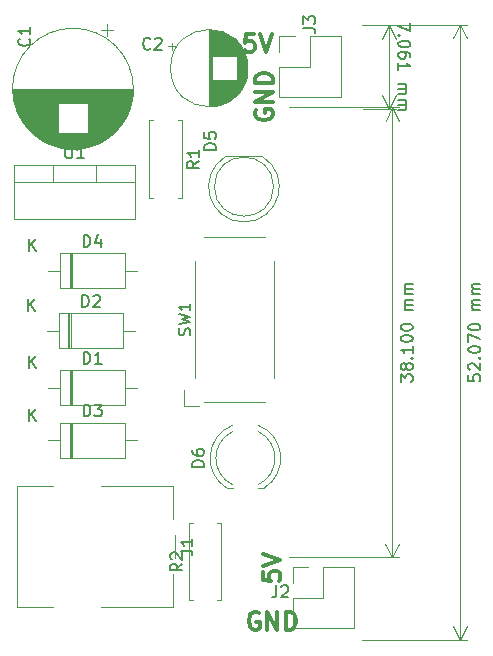
<source format=gto>
G04 #@! TF.GenerationSoftware,KiCad,Pcbnew,(5.1.5)-3*
G04 #@! TF.CreationDate,2020-11-06T17:50:15+03:00*
G04 #@! TF.ProjectId,P_supply,505f7375-7070-46c7-992e-6b696361645f,rev?*
G04 #@! TF.SameCoordinates,Original*
G04 #@! TF.FileFunction,Legend,Top*
G04 #@! TF.FilePolarity,Positive*
%FSLAX46Y46*%
G04 Gerber Fmt 4.6, Leading zero omitted, Abs format (unit mm)*
G04 Created by KiCad (PCBNEW (5.1.5)-3) date 2020-11-06 17:50:15*
%MOMM*%
%LPD*%
G04 APERTURE LIST*
%ADD10C,0.150000*%
%ADD11C,0.120000*%
%ADD12C,0.300000*%
G04 APERTURE END LIST*
D10*
X112637819Y-52191114D02*
X112637819Y-52857780D01*
X111637819Y-52429209D01*
X111733057Y-53238733D02*
X111685438Y-53286352D01*
X111637819Y-53238733D01*
X111685438Y-53191114D01*
X111733057Y-53238733D01*
X111637819Y-53238733D01*
X112637819Y-53905400D02*
X112637819Y-54000638D01*
X112590200Y-54095876D01*
X112542580Y-54143495D01*
X112447342Y-54191114D01*
X112256866Y-54238733D01*
X112018771Y-54238733D01*
X111828295Y-54191114D01*
X111733057Y-54143495D01*
X111685438Y-54095876D01*
X111637819Y-54000638D01*
X111637819Y-53905400D01*
X111685438Y-53810161D01*
X111733057Y-53762542D01*
X111828295Y-53714923D01*
X112018771Y-53667304D01*
X112256866Y-53667304D01*
X112447342Y-53714923D01*
X112542580Y-53762542D01*
X112590200Y-53810161D01*
X112637819Y-53905400D01*
X112637819Y-55095876D02*
X112637819Y-54905400D01*
X112590200Y-54810161D01*
X112542580Y-54762542D01*
X112399723Y-54667304D01*
X112209247Y-54619685D01*
X111828295Y-54619685D01*
X111733057Y-54667304D01*
X111685438Y-54714923D01*
X111637819Y-54810161D01*
X111637819Y-55000638D01*
X111685438Y-55095876D01*
X111733057Y-55143495D01*
X111828295Y-55191114D01*
X112066390Y-55191114D01*
X112161628Y-55143495D01*
X112209247Y-55095876D01*
X112256866Y-55000638D01*
X112256866Y-54810161D01*
X112209247Y-54714923D01*
X112161628Y-54667304D01*
X112066390Y-54619685D01*
X111637819Y-56143495D02*
X111637819Y-55572066D01*
X111637819Y-55857780D02*
X112637819Y-55857780D01*
X112494961Y-55762542D01*
X112399723Y-55667304D01*
X112352104Y-55572066D01*
X111637819Y-57333971D02*
X112304485Y-57333971D01*
X112209247Y-57333971D02*
X112256866Y-57381590D01*
X112304485Y-57476828D01*
X112304485Y-57619685D01*
X112256866Y-57714923D01*
X112161628Y-57762542D01*
X111637819Y-57762542D01*
X112161628Y-57762542D02*
X112256866Y-57810161D01*
X112304485Y-57905400D01*
X112304485Y-58048257D01*
X112256866Y-58143495D01*
X112161628Y-58191114D01*
X111637819Y-58191114D01*
X111637819Y-58667304D02*
X112304485Y-58667304D01*
X112209247Y-58667304D02*
X112256866Y-58714923D01*
X112304485Y-58810161D01*
X112304485Y-58953019D01*
X112256866Y-59048257D01*
X112161628Y-59095876D01*
X111637819Y-59095876D01*
X112161628Y-59095876D02*
X112256866Y-59143495D01*
X112304485Y-59238733D01*
X112304485Y-59381590D01*
X112256866Y-59476828D01*
X112161628Y-59524447D01*
X111637819Y-59524447D01*
D11*
X110820200Y-52374800D02*
X110820200Y-59436000D01*
X108610400Y-52374800D02*
X111406621Y-52374800D01*
X108610400Y-59436000D02*
X111406621Y-59436000D01*
X110820200Y-59436000D02*
X110233779Y-58309496D01*
X110820200Y-59436000D02*
X111406621Y-58309496D01*
X110820200Y-52374800D02*
X110233779Y-53501304D01*
X110820200Y-52374800D02*
X111406621Y-53501304D01*
D10*
X111833982Y-82555783D02*
X111834395Y-81936735D01*
X112215125Y-82270322D01*
X112215220Y-82127465D01*
X112262902Y-82032259D01*
X112310553Y-81984672D01*
X112405823Y-81937116D01*
X112643918Y-81937275D01*
X112739125Y-81984957D01*
X112786712Y-82032608D01*
X112834267Y-82127878D01*
X112834077Y-82413592D01*
X112786394Y-82508799D01*
X112738744Y-82556386D01*
X112263347Y-81365592D02*
X112215664Y-81460799D01*
X112168014Y-81508386D01*
X112072744Y-81555942D01*
X112025125Y-81555910D01*
X111929918Y-81508227D01*
X111882331Y-81460577D01*
X111834776Y-81365307D01*
X111834903Y-81174831D01*
X111882585Y-81079624D01*
X111930236Y-81032037D01*
X112025506Y-80984481D01*
X112073125Y-80984513D01*
X112168331Y-81032196D01*
X112215918Y-81079847D01*
X112263474Y-81175116D01*
X112263347Y-81365592D01*
X112310902Y-81460862D01*
X112358490Y-81508513D01*
X112453696Y-81556196D01*
X112644172Y-81556323D01*
X112739442Y-81508767D01*
X112787093Y-81461180D01*
X112834775Y-81365973D01*
X112834902Y-81175497D01*
X112787347Y-81080227D01*
X112739760Y-81032577D01*
X112644553Y-80984894D01*
X112454077Y-80984767D01*
X112358807Y-81032323D01*
X112311156Y-81079910D01*
X112263474Y-81175116D01*
X112740077Y-80556386D02*
X112787728Y-80508799D01*
X112835315Y-80556450D01*
X112787664Y-80604037D01*
X112740077Y-80556386D01*
X112835315Y-80556450D01*
X112835982Y-79556450D02*
X112835601Y-80127878D01*
X112835791Y-79842164D02*
X111835791Y-79841498D01*
X111978585Y-79936831D01*
X112073760Y-80032132D01*
X112121315Y-80127402D01*
X111836395Y-78936736D02*
X111836458Y-78841498D01*
X111884141Y-78746291D01*
X111931791Y-78698704D01*
X112027061Y-78651149D01*
X112217569Y-78603657D01*
X112455664Y-78603815D01*
X112646109Y-78651561D01*
X112741315Y-78699244D01*
X112788902Y-78746895D01*
X112836458Y-78842164D01*
X112836394Y-78937403D01*
X112788712Y-79032609D01*
X112741061Y-79080196D01*
X112645791Y-79127752D01*
X112455283Y-79175244D01*
X112217188Y-79175085D01*
X112026744Y-79127339D01*
X111931537Y-79079656D01*
X111883950Y-79032006D01*
X111836395Y-78936736D01*
X111837030Y-77984355D02*
X111837093Y-77889117D01*
X111884776Y-77793911D01*
X111932426Y-77746323D01*
X112027696Y-77698768D01*
X112218204Y-77651276D01*
X112456299Y-77651435D01*
X112646744Y-77699181D01*
X112741950Y-77746863D01*
X112789537Y-77794514D01*
X112837093Y-77889784D01*
X112837029Y-77985022D01*
X112789347Y-78080228D01*
X112741696Y-78127815D01*
X112646426Y-78175371D01*
X112455918Y-78222863D01*
X112217823Y-78222704D01*
X112027379Y-78174958D01*
X111932172Y-78127276D01*
X111884585Y-78079625D01*
X111837030Y-77984355D01*
X112838045Y-76461213D02*
X112171379Y-76460768D01*
X112266617Y-76460832D02*
X112219029Y-76413181D01*
X112171474Y-76317911D01*
X112171569Y-76175054D01*
X112219252Y-76079848D01*
X112314521Y-76032292D01*
X112838331Y-76032641D01*
X112314521Y-76032292D02*
X112219315Y-75984610D01*
X112171760Y-75889340D01*
X112171855Y-75746483D01*
X112219537Y-75651276D01*
X112314807Y-75603721D01*
X112838617Y-75604070D01*
X112838934Y-75127880D02*
X112172268Y-75127435D01*
X112267506Y-75127499D02*
X112219918Y-75079848D01*
X112172363Y-74984578D01*
X112172458Y-74841721D01*
X112220141Y-74746515D01*
X112315410Y-74698959D01*
X112839220Y-74699308D01*
X112315410Y-74698959D02*
X112220204Y-74651277D01*
X112172649Y-74556007D01*
X112172744Y-74413150D01*
X112220426Y-74317943D01*
X112315696Y-74270388D01*
X112839506Y-74270737D01*
D11*
X111101695Y-97414826D02*
X111127095Y-59314826D01*
X102362000Y-97409000D02*
X111688116Y-97415217D01*
X102387400Y-59309000D02*
X111713516Y-59315217D01*
X111127095Y-59314826D02*
X111712765Y-60441720D01*
X111127095Y-59314826D02*
X110539923Y-60440939D01*
X111101695Y-97414826D02*
X111688867Y-96288713D01*
X111101695Y-97414826D02*
X110516025Y-96287932D01*
D10*
X117562380Y-81978047D02*
X117562380Y-82454238D01*
X118038571Y-82501857D01*
X117990952Y-82454238D01*
X117943333Y-82359000D01*
X117943333Y-82120904D01*
X117990952Y-82025666D01*
X118038571Y-81978047D01*
X118133809Y-81930428D01*
X118371904Y-81930428D01*
X118467142Y-81978047D01*
X118514761Y-82025666D01*
X118562380Y-82120904D01*
X118562380Y-82359000D01*
X118514761Y-82454238D01*
X118467142Y-82501857D01*
X117657619Y-81549476D02*
X117610000Y-81501857D01*
X117562380Y-81406619D01*
X117562380Y-81168523D01*
X117610000Y-81073285D01*
X117657619Y-81025666D01*
X117752857Y-80978047D01*
X117848095Y-80978047D01*
X117990952Y-81025666D01*
X118562380Y-81597095D01*
X118562380Y-80978047D01*
X118467142Y-80549476D02*
X118514761Y-80501857D01*
X118562380Y-80549476D01*
X118514761Y-80597095D01*
X118467142Y-80549476D01*
X118562380Y-80549476D01*
X117562380Y-79882809D02*
X117562380Y-79787571D01*
X117610000Y-79692333D01*
X117657619Y-79644714D01*
X117752857Y-79597095D01*
X117943333Y-79549476D01*
X118181428Y-79549476D01*
X118371904Y-79597095D01*
X118467142Y-79644714D01*
X118514761Y-79692333D01*
X118562380Y-79787571D01*
X118562380Y-79882809D01*
X118514761Y-79978047D01*
X118467142Y-80025666D01*
X118371904Y-80073285D01*
X118181428Y-80120904D01*
X117943333Y-80120904D01*
X117752857Y-80073285D01*
X117657619Y-80025666D01*
X117610000Y-79978047D01*
X117562380Y-79882809D01*
X117562380Y-79216142D02*
X117562380Y-78549476D01*
X118562380Y-78978047D01*
X117562380Y-77978047D02*
X117562380Y-77882809D01*
X117610000Y-77787571D01*
X117657619Y-77739952D01*
X117752857Y-77692333D01*
X117943333Y-77644714D01*
X118181428Y-77644714D01*
X118371904Y-77692333D01*
X118467142Y-77739952D01*
X118514761Y-77787571D01*
X118562380Y-77882809D01*
X118562380Y-77978047D01*
X118514761Y-78073285D01*
X118467142Y-78120904D01*
X118371904Y-78168523D01*
X118181428Y-78216142D01*
X117943333Y-78216142D01*
X117752857Y-78168523D01*
X117657619Y-78120904D01*
X117610000Y-78073285D01*
X117562380Y-77978047D01*
X118562380Y-76454238D02*
X117895714Y-76454238D01*
X117990952Y-76454238D02*
X117943333Y-76406619D01*
X117895714Y-76311380D01*
X117895714Y-76168523D01*
X117943333Y-76073285D01*
X118038571Y-76025666D01*
X118562380Y-76025666D01*
X118038571Y-76025666D02*
X117943333Y-75978047D01*
X117895714Y-75882809D01*
X117895714Y-75739952D01*
X117943333Y-75644714D01*
X118038571Y-75597095D01*
X118562380Y-75597095D01*
X118562380Y-75120904D02*
X117895714Y-75120904D01*
X117990952Y-75120904D02*
X117943333Y-75073285D01*
X117895714Y-74978047D01*
X117895714Y-74835190D01*
X117943333Y-74739952D01*
X118038571Y-74692333D01*
X118562380Y-74692333D01*
X118038571Y-74692333D02*
X117943333Y-74644714D01*
X117895714Y-74549476D01*
X117895714Y-74406619D01*
X117943333Y-74311380D01*
X118038571Y-74263761D01*
X118562380Y-74263761D01*
D11*
X116840000Y-104394000D02*
X116840000Y-52324000D01*
X108585000Y-104394000D02*
X117426421Y-104394000D01*
X108585000Y-52324000D02*
X117426421Y-52324000D01*
X116840000Y-52324000D02*
X117426421Y-53450504D01*
X116840000Y-52324000D02*
X116253579Y-53450504D01*
X116840000Y-104394000D02*
X117426421Y-103267496D01*
X116840000Y-104394000D02*
X116253579Y-103267496D01*
D12*
X99580000Y-59562857D02*
X99508571Y-59705714D01*
X99508571Y-59920000D01*
X99580000Y-60134285D01*
X99722857Y-60277142D01*
X99865714Y-60348571D01*
X100151428Y-60420000D01*
X100365714Y-60420000D01*
X100651428Y-60348571D01*
X100794285Y-60277142D01*
X100937142Y-60134285D01*
X101008571Y-59920000D01*
X101008571Y-59777142D01*
X100937142Y-59562857D01*
X100865714Y-59491428D01*
X100365714Y-59491428D01*
X100365714Y-59777142D01*
X101008571Y-58848571D02*
X99508571Y-58848571D01*
X101008571Y-57991428D01*
X99508571Y-57991428D01*
X101008571Y-57277142D02*
X99508571Y-57277142D01*
X99508571Y-56920000D01*
X99580000Y-56705714D01*
X99722857Y-56562857D01*
X99865714Y-56491428D01*
X100151428Y-56420000D01*
X100365714Y-56420000D01*
X100651428Y-56491428D01*
X100794285Y-56562857D01*
X100937142Y-56705714D01*
X101008571Y-56920000D01*
X101008571Y-57277142D01*
X99409285Y-53153571D02*
X98695000Y-53153571D01*
X98623571Y-53867857D01*
X98695000Y-53796428D01*
X98837857Y-53725000D01*
X99195000Y-53725000D01*
X99337857Y-53796428D01*
X99409285Y-53867857D01*
X99480714Y-54010714D01*
X99480714Y-54367857D01*
X99409285Y-54510714D01*
X99337857Y-54582142D01*
X99195000Y-54653571D01*
X98837857Y-54653571D01*
X98695000Y-54582142D01*
X98623571Y-54510714D01*
X99909285Y-53153571D02*
X100409285Y-54653571D01*
X100909285Y-53153571D01*
X99822142Y-102120000D02*
X99679285Y-102048571D01*
X99465000Y-102048571D01*
X99250714Y-102120000D01*
X99107857Y-102262857D01*
X99036428Y-102405714D01*
X98965000Y-102691428D01*
X98965000Y-102905714D01*
X99036428Y-103191428D01*
X99107857Y-103334285D01*
X99250714Y-103477142D01*
X99465000Y-103548571D01*
X99607857Y-103548571D01*
X99822142Y-103477142D01*
X99893571Y-103405714D01*
X99893571Y-102905714D01*
X99607857Y-102905714D01*
X100536428Y-103548571D02*
X100536428Y-102048571D01*
X101393571Y-103548571D01*
X101393571Y-102048571D01*
X102107857Y-103548571D02*
X102107857Y-102048571D01*
X102465000Y-102048571D01*
X102679285Y-102120000D01*
X102822142Y-102262857D01*
X102893571Y-102405714D01*
X102965000Y-102691428D01*
X102965000Y-102905714D01*
X102893571Y-103191428D01*
X102822142Y-103334285D01*
X102679285Y-103477142D01*
X102465000Y-103548571D01*
X102107857Y-103548571D01*
X100143571Y-98647142D02*
X100143571Y-99361428D01*
X100857857Y-99432857D01*
X100786428Y-99361428D01*
X100715000Y-99218571D01*
X100715000Y-98861428D01*
X100786428Y-98718571D01*
X100857857Y-98647142D01*
X101000714Y-98575714D01*
X101357857Y-98575714D01*
X101500714Y-98647142D01*
X101572142Y-98718571D01*
X101643571Y-98861428D01*
X101643571Y-99218571D01*
X101572142Y-99361428D01*
X101500714Y-99432857D01*
X100143571Y-98147142D02*
X101643571Y-97647142D01*
X100143571Y-97147142D01*
D11*
X90552600Y-66973200D02*
X90882600Y-66973200D01*
X90552600Y-60433200D02*
X90552600Y-66973200D01*
X90882600Y-60433200D02*
X90552600Y-60433200D01*
X93292600Y-66973200D02*
X92962600Y-66973200D01*
X93292600Y-60433200D02*
X93292600Y-66973200D01*
X92962600Y-60433200D02*
X93292600Y-60433200D01*
X98881000Y-56007000D02*
G75*
G03X98881000Y-56007000I-3270000J0D01*
G01*
X95611000Y-52777000D02*
X95611000Y-59237000D01*
X95651000Y-52777000D02*
X95651000Y-59237000D01*
X95691000Y-52777000D02*
X95691000Y-59237000D01*
X95731000Y-52779000D02*
X95731000Y-59235000D01*
X95771000Y-52780000D02*
X95771000Y-59234000D01*
X95811000Y-52783000D02*
X95811000Y-59231000D01*
X95851000Y-52785000D02*
X95851000Y-54967000D01*
X95851000Y-57047000D02*
X95851000Y-59229000D01*
X95891000Y-52789000D02*
X95891000Y-54967000D01*
X95891000Y-57047000D02*
X95891000Y-59225000D01*
X95931000Y-52792000D02*
X95931000Y-54967000D01*
X95931000Y-57047000D02*
X95931000Y-59222000D01*
X95971000Y-52796000D02*
X95971000Y-54967000D01*
X95971000Y-57047000D02*
X95971000Y-59218000D01*
X96011000Y-52801000D02*
X96011000Y-54967000D01*
X96011000Y-57047000D02*
X96011000Y-59213000D01*
X96051000Y-52806000D02*
X96051000Y-54967000D01*
X96051000Y-57047000D02*
X96051000Y-59208000D01*
X96091000Y-52812000D02*
X96091000Y-54967000D01*
X96091000Y-57047000D02*
X96091000Y-59202000D01*
X96131000Y-52818000D02*
X96131000Y-54967000D01*
X96131000Y-57047000D02*
X96131000Y-59196000D01*
X96171000Y-52825000D02*
X96171000Y-54967000D01*
X96171000Y-57047000D02*
X96171000Y-59189000D01*
X96211000Y-52832000D02*
X96211000Y-54967000D01*
X96211000Y-57047000D02*
X96211000Y-59182000D01*
X96251000Y-52840000D02*
X96251000Y-54967000D01*
X96251000Y-57047000D02*
X96251000Y-59174000D01*
X96291000Y-52848000D02*
X96291000Y-54967000D01*
X96291000Y-57047000D02*
X96291000Y-59166000D01*
X96332000Y-52857000D02*
X96332000Y-54967000D01*
X96332000Y-57047000D02*
X96332000Y-59157000D01*
X96372000Y-52866000D02*
X96372000Y-54967000D01*
X96372000Y-57047000D02*
X96372000Y-59148000D01*
X96412000Y-52876000D02*
X96412000Y-54967000D01*
X96412000Y-57047000D02*
X96412000Y-59138000D01*
X96452000Y-52886000D02*
X96452000Y-54967000D01*
X96452000Y-57047000D02*
X96452000Y-59128000D01*
X96492000Y-52897000D02*
X96492000Y-54967000D01*
X96492000Y-57047000D02*
X96492000Y-59117000D01*
X96532000Y-52909000D02*
X96532000Y-54967000D01*
X96532000Y-57047000D02*
X96532000Y-59105000D01*
X96572000Y-52921000D02*
X96572000Y-54967000D01*
X96572000Y-57047000D02*
X96572000Y-59093000D01*
X96612000Y-52933000D02*
X96612000Y-54967000D01*
X96612000Y-57047000D02*
X96612000Y-59081000D01*
X96652000Y-52946000D02*
X96652000Y-54967000D01*
X96652000Y-57047000D02*
X96652000Y-59068000D01*
X96692000Y-52960000D02*
X96692000Y-54967000D01*
X96692000Y-57047000D02*
X96692000Y-59054000D01*
X96732000Y-52974000D02*
X96732000Y-54967000D01*
X96732000Y-57047000D02*
X96732000Y-59040000D01*
X96772000Y-52989000D02*
X96772000Y-54967000D01*
X96772000Y-57047000D02*
X96772000Y-59025000D01*
X96812000Y-53005000D02*
X96812000Y-54967000D01*
X96812000Y-57047000D02*
X96812000Y-59009000D01*
X96852000Y-53021000D02*
X96852000Y-54967000D01*
X96852000Y-57047000D02*
X96852000Y-58993000D01*
X96892000Y-53037000D02*
X96892000Y-54967000D01*
X96892000Y-57047000D02*
X96892000Y-58977000D01*
X96932000Y-53055000D02*
X96932000Y-54967000D01*
X96932000Y-57047000D02*
X96932000Y-58959000D01*
X96972000Y-53073000D02*
X96972000Y-54967000D01*
X96972000Y-57047000D02*
X96972000Y-58941000D01*
X97012000Y-53091000D02*
X97012000Y-54967000D01*
X97012000Y-57047000D02*
X97012000Y-58923000D01*
X97052000Y-53111000D02*
X97052000Y-54967000D01*
X97052000Y-57047000D02*
X97052000Y-58903000D01*
X97092000Y-53131000D02*
X97092000Y-54967000D01*
X97092000Y-57047000D02*
X97092000Y-58883000D01*
X97132000Y-53151000D02*
X97132000Y-54967000D01*
X97132000Y-57047000D02*
X97132000Y-58863000D01*
X97172000Y-53173000D02*
X97172000Y-54967000D01*
X97172000Y-57047000D02*
X97172000Y-58841000D01*
X97212000Y-53195000D02*
X97212000Y-54967000D01*
X97212000Y-57047000D02*
X97212000Y-58819000D01*
X97252000Y-53217000D02*
X97252000Y-54967000D01*
X97252000Y-57047000D02*
X97252000Y-58797000D01*
X97292000Y-53241000D02*
X97292000Y-54967000D01*
X97292000Y-57047000D02*
X97292000Y-58773000D01*
X97332000Y-53265000D02*
X97332000Y-54967000D01*
X97332000Y-57047000D02*
X97332000Y-58749000D01*
X97372000Y-53291000D02*
X97372000Y-54967000D01*
X97372000Y-57047000D02*
X97372000Y-58723000D01*
X97412000Y-53317000D02*
X97412000Y-54967000D01*
X97412000Y-57047000D02*
X97412000Y-58697000D01*
X97452000Y-53343000D02*
X97452000Y-54967000D01*
X97452000Y-57047000D02*
X97452000Y-58671000D01*
X97492000Y-53371000D02*
X97492000Y-54967000D01*
X97492000Y-57047000D02*
X97492000Y-58643000D01*
X97532000Y-53400000D02*
X97532000Y-54967000D01*
X97532000Y-57047000D02*
X97532000Y-58614000D01*
X97572000Y-53429000D02*
X97572000Y-54967000D01*
X97572000Y-57047000D02*
X97572000Y-58585000D01*
X97612000Y-53459000D02*
X97612000Y-54967000D01*
X97612000Y-57047000D02*
X97612000Y-58555000D01*
X97652000Y-53491000D02*
X97652000Y-54967000D01*
X97652000Y-57047000D02*
X97652000Y-58523000D01*
X97692000Y-53523000D02*
X97692000Y-54967000D01*
X97692000Y-57047000D02*
X97692000Y-58491000D01*
X97732000Y-53557000D02*
X97732000Y-54967000D01*
X97732000Y-57047000D02*
X97732000Y-58457000D01*
X97772000Y-53591000D02*
X97772000Y-54967000D01*
X97772000Y-57047000D02*
X97772000Y-58423000D01*
X97812000Y-53627000D02*
X97812000Y-54967000D01*
X97812000Y-57047000D02*
X97812000Y-58387000D01*
X97852000Y-53664000D02*
X97852000Y-54967000D01*
X97852000Y-57047000D02*
X97852000Y-58350000D01*
X97892000Y-53702000D02*
X97892000Y-54967000D01*
X97892000Y-57047000D02*
X97892000Y-58312000D01*
X97932000Y-53742000D02*
X97932000Y-58272000D01*
X97972000Y-53783000D02*
X97972000Y-58231000D01*
X98012000Y-53825000D02*
X98012000Y-58189000D01*
X98052000Y-53870000D02*
X98052000Y-58144000D01*
X98092000Y-53915000D02*
X98092000Y-58099000D01*
X98132000Y-53963000D02*
X98132000Y-58051000D01*
X98172000Y-54012000D02*
X98172000Y-58002000D01*
X98212000Y-54063000D02*
X98212000Y-57951000D01*
X98252000Y-54117000D02*
X98252000Y-57897000D01*
X98292000Y-54173000D02*
X98292000Y-57841000D01*
X98332000Y-54231000D02*
X98332000Y-57783000D01*
X98372000Y-54293000D02*
X98372000Y-57721000D01*
X98412000Y-54357000D02*
X98412000Y-57657000D01*
X98452000Y-54426000D02*
X98452000Y-57588000D01*
X98492000Y-54498000D02*
X98492000Y-57516000D01*
X98532000Y-54575000D02*
X98532000Y-57439000D01*
X98572000Y-54657000D02*
X98572000Y-57357000D01*
X98612000Y-54745000D02*
X98612000Y-57269000D01*
X98652000Y-54842000D02*
X98652000Y-57172000D01*
X98692000Y-54948000D02*
X98692000Y-57066000D01*
X98732000Y-55067000D02*
X98732000Y-56947000D01*
X98772000Y-55205000D02*
X98772000Y-56809000D01*
X98812000Y-55374000D02*
X98812000Y-56640000D01*
X98852000Y-55605000D02*
X98852000Y-56409000D01*
X92110759Y-54168000D02*
X92740759Y-54168000D01*
X92425759Y-53853000D02*
X92425759Y-54483000D01*
X93470000Y-84580000D02*
X93470000Y-83280000D01*
X94770000Y-84580000D02*
X93470000Y-84580000D01*
X101120000Y-72330000D02*
X101120000Y-82230000D01*
X94420000Y-82230000D02*
X94420000Y-72330000D01*
X100370000Y-84280000D02*
X95170000Y-84280000D01*
X95170000Y-70280000D02*
X100370000Y-70280000D01*
X97598173Y-86239185D02*
G75*
G03X97134170Y-91587000I1080827J-2787815D01*
G01*
X99759827Y-86239185D02*
G75*
G02X100223830Y-91587000I-1080827J-2787815D01*
G01*
X97598571Y-86772521D02*
G75*
G03X97599000Y-91281684I1080429J-2254479D01*
G01*
X99759429Y-86772521D02*
G75*
G02X99759000Y-91281684I-1080429J-2254479D01*
G01*
X97134000Y-91587000D02*
X97599000Y-91587000D01*
X99759000Y-91587000D02*
X100224000Y-91587000D01*
X102683000Y-103438000D02*
X107883000Y-103438000D01*
X102683000Y-100838000D02*
X102683000Y-103438000D01*
X107883000Y-98238000D02*
X107883000Y-103438000D01*
X102683000Y-100838000D02*
X105283000Y-100838000D01*
X105283000Y-100838000D02*
X105283000Y-98238000D01*
X105283000Y-98238000D02*
X107883000Y-98238000D01*
X102683000Y-99568000D02*
X102683000Y-98238000D01*
X102683000Y-98238000D02*
X104013000Y-98238000D01*
X89194000Y-57745000D02*
G75*
G03X89194000Y-57745000I-5120000J0D01*
G01*
X89154000Y-57745000D02*
X78994000Y-57745000D01*
X89154000Y-57785000D02*
X78994000Y-57785000D01*
X89154000Y-57825000D02*
X78994000Y-57825000D01*
X89153000Y-57865000D02*
X78995000Y-57865000D01*
X89152000Y-57905000D02*
X78996000Y-57905000D01*
X89151000Y-57945000D02*
X78997000Y-57945000D01*
X89149000Y-57985000D02*
X78999000Y-57985000D01*
X89147000Y-58025000D02*
X79001000Y-58025000D01*
X89144000Y-58065000D02*
X79004000Y-58065000D01*
X89142000Y-58105000D02*
X79006000Y-58105000D01*
X89139000Y-58145000D02*
X79009000Y-58145000D01*
X89136000Y-58185000D02*
X79012000Y-58185000D01*
X89132000Y-58225000D02*
X79016000Y-58225000D01*
X89128000Y-58265000D02*
X79020000Y-58265000D01*
X89124000Y-58305000D02*
X79024000Y-58305000D01*
X89119000Y-58345000D02*
X79029000Y-58345000D01*
X89114000Y-58385000D02*
X79034000Y-58385000D01*
X89109000Y-58425000D02*
X79039000Y-58425000D01*
X89104000Y-58466000D02*
X79044000Y-58466000D01*
X89098000Y-58506000D02*
X79050000Y-58506000D01*
X89092000Y-58546000D02*
X79056000Y-58546000D01*
X89085000Y-58586000D02*
X79063000Y-58586000D01*
X89078000Y-58626000D02*
X79070000Y-58626000D01*
X89071000Y-58666000D02*
X79077000Y-58666000D01*
X89064000Y-58706000D02*
X79084000Y-58706000D01*
X89056000Y-58746000D02*
X79092000Y-58746000D01*
X89048000Y-58786000D02*
X79100000Y-58786000D01*
X89039000Y-58826000D02*
X79109000Y-58826000D01*
X89030000Y-58866000D02*
X79118000Y-58866000D01*
X89021000Y-58906000D02*
X79127000Y-58906000D01*
X89012000Y-58946000D02*
X79136000Y-58946000D01*
X89002000Y-58986000D02*
X79146000Y-58986000D01*
X88992000Y-59026000D02*
X85315000Y-59026000D01*
X82833000Y-59026000D02*
X79156000Y-59026000D01*
X88981000Y-59066000D02*
X85315000Y-59066000D01*
X82833000Y-59066000D02*
X79167000Y-59066000D01*
X88971000Y-59106000D02*
X85315000Y-59106000D01*
X82833000Y-59106000D02*
X79177000Y-59106000D01*
X88959000Y-59146000D02*
X85315000Y-59146000D01*
X82833000Y-59146000D02*
X79189000Y-59146000D01*
X88948000Y-59186000D02*
X85315000Y-59186000D01*
X82833000Y-59186000D02*
X79200000Y-59186000D01*
X88936000Y-59226000D02*
X85315000Y-59226000D01*
X82833000Y-59226000D02*
X79212000Y-59226000D01*
X88924000Y-59266000D02*
X85315000Y-59266000D01*
X82833000Y-59266000D02*
X79224000Y-59266000D01*
X88911000Y-59306000D02*
X85315000Y-59306000D01*
X82833000Y-59306000D02*
X79237000Y-59306000D01*
X88898000Y-59346000D02*
X85315000Y-59346000D01*
X82833000Y-59346000D02*
X79250000Y-59346000D01*
X88885000Y-59386000D02*
X85315000Y-59386000D01*
X82833000Y-59386000D02*
X79263000Y-59386000D01*
X88871000Y-59426000D02*
X85315000Y-59426000D01*
X82833000Y-59426000D02*
X79277000Y-59426000D01*
X88857000Y-59466000D02*
X85315000Y-59466000D01*
X82833000Y-59466000D02*
X79291000Y-59466000D01*
X88842000Y-59506000D02*
X85315000Y-59506000D01*
X82833000Y-59506000D02*
X79306000Y-59506000D01*
X88828000Y-59546000D02*
X85315000Y-59546000D01*
X82833000Y-59546000D02*
X79320000Y-59546000D01*
X88812000Y-59586000D02*
X85315000Y-59586000D01*
X82833000Y-59586000D02*
X79336000Y-59586000D01*
X88797000Y-59626000D02*
X85315000Y-59626000D01*
X82833000Y-59626000D02*
X79351000Y-59626000D01*
X88781000Y-59666000D02*
X85315000Y-59666000D01*
X82833000Y-59666000D02*
X79367000Y-59666000D01*
X88764000Y-59706000D02*
X85315000Y-59706000D01*
X82833000Y-59706000D02*
X79384000Y-59706000D01*
X88748000Y-59746000D02*
X85315000Y-59746000D01*
X82833000Y-59746000D02*
X79400000Y-59746000D01*
X88731000Y-59786000D02*
X85315000Y-59786000D01*
X82833000Y-59786000D02*
X79417000Y-59786000D01*
X88713000Y-59826000D02*
X85315000Y-59826000D01*
X82833000Y-59826000D02*
X79435000Y-59826000D01*
X88695000Y-59866000D02*
X85315000Y-59866000D01*
X82833000Y-59866000D02*
X79453000Y-59866000D01*
X88677000Y-59906000D02*
X85315000Y-59906000D01*
X82833000Y-59906000D02*
X79471000Y-59906000D01*
X88658000Y-59946000D02*
X85315000Y-59946000D01*
X82833000Y-59946000D02*
X79490000Y-59946000D01*
X88638000Y-59986000D02*
X85315000Y-59986000D01*
X82833000Y-59986000D02*
X79510000Y-59986000D01*
X88619000Y-60026000D02*
X85315000Y-60026000D01*
X82833000Y-60026000D02*
X79529000Y-60026000D01*
X88599000Y-60066000D02*
X85315000Y-60066000D01*
X82833000Y-60066000D02*
X79549000Y-60066000D01*
X88578000Y-60106000D02*
X85315000Y-60106000D01*
X82833000Y-60106000D02*
X79570000Y-60106000D01*
X88557000Y-60146000D02*
X85315000Y-60146000D01*
X82833000Y-60146000D02*
X79591000Y-60146000D01*
X88536000Y-60186000D02*
X85315000Y-60186000D01*
X82833000Y-60186000D02*
X79612000Y-60186000D01*
X88514000Y-60226000D02*
X85315000Y-60226000D01*
X82833000Y-60226000D02*
X79634000Y-60226000D01*
X88491000Y-60266000D02*
X85315000Y-60266000D01*
X82833000Y-60266000D02*
X79657000Y-60266000D01*
X88469000Y-60306000D02*
X85315000Y-60306000D01*
X82833000Y-60306000D02*
X79679000Y-60306000D01*
X88445000Y-60346000D02*
X85315000Y-60346000D01*
X82833000Y-60346000D02*
X79703000Y-60346000D01*
X88421000Y-60386000D02*
X85315000Y-60386000D01*
X82833000Y-60386000D02*
X79727000Y-60386000D01*
X88397000Y-60426000D02*
X85315000Y-60426000D01*
X82833000Y-60426000D02*
X79751000Y-60426000D01*
X88372000Y-60466000D02*
X85315000Y-60466000D01*
X82833000Y-60466000D02*
X79776000Y-60466000D01*
X88347000Y-60506000D02*
X85315000Y-60506000D01*
X82833000Y-60506000D02*
X79801000Y-60506000D01*
X88321000Y-60546000D02*
X85315000Y-60546000D01*
X82833000Y-60546000D02*
X79827000Y-60546000D01*
X88295000Y-60586000D02*
X85315000Y-60586000D01*
X82833000Y-60586000D02*
X79853000Y-60586000D01*
X88268000Y-60626000D02*
X85315000Y-60626000D01*
X82833000Y-60626000D02*
X79880000Y-60626000D01*
X88240000Y-60666000D02*
X85315000Y-60666000D01*
X82833000Y-60666000D02*
X79908000Y-60666000D01*
X88212000Y-60706000D02*
X85315000Y-60706000D01*
X82833000Y-60706000D02*
X79936000Y-60706000D01*
X88184000Y-60746000D02*
X85315000Y-60746000D01*
X82833000Y-60746000D02*
X79964000Y-60746000D01*
X88154000Y-60786000D02*
X85315000Y-60786000D01*
X82833000Y-60786000D02*
X79994000Y-60786000D01*
X88124000Y-60826000D02*
X85315000Y-60826000D01*
X82833000Y-60826000D02*
X80024000Y-60826000D01*
X88094000Y-60866000D02*
X85315000Y-60866000D01*
X82833000Y-60866000D02*
X80054000Y-60866000D01*
X88063000Y-60906000D02*
X85315000Y-60906000D01*
X82833000Y-60906000D02*
X80085000Y-60906000D01*
X88031000Y-60946000D02*
X85315000Y-60946000D01*
X82833000Y-60946000D02*
X80117000Y-60946000D01*
X87999000Y-60986000D02*
X85315000Y-60986000D01*
X82833000Y-60986000D02*
X80149000Y-60986000D01*
X87966000Y-61026000D02*
X85315000Y-61026000D01*
X82833000Y-61026000D02*
X80182000Y-61026000D01*
X87932000Y-61066000D02*
X85315000Y-61066000D01*
X82833000Y-61066000D02*
X80216000Y-61066000D01*
X87898000Y-61106000D02*
X85315000Y-61106000D01*
X82833000Y-61106000D02*
X80250000Y-61106000D01*
X87863000Y-61146000D02*
X85315000Y-61146000D01*
X82833000Y-61146000D02*
X80285000Y-61146000D01*
X87827000Y-61186000D02*
X85315000Y-61186000D01*
X82833000Y-61186000D02*
X80321000Y-61186000D01*
X87790000Y-61226000D02*
X85315000Y-61226000D01*
X82833000Y-61226000D02*
X80358000Y-61226000D01*
X87753000Y-61266000D02*
X85315000Y-61266000D01*
X82833000Y-61266000D02*
X80395000Y-61266000D01*
X87714000Y-61306000D02*
X85315000Y-61306000D01*
X82833000Y-61306000D02*
X80434000Y-61306000D01*
X87675000Y-61346000D02*
X85315000Y-61346000D01*
X82833000Y-61346000D02*
X80473000Y-61346000D01*
X87635000Y-61386000D02*
X85315000Y-61386000D01*
X82833000Y-61386000D02*
X80513000Y-61386000D01*
X87594000Y-61426000D02*
X85315000Y-61426000D01*
X82833000Y-61426000D02*
X80554000Y-61426000D01*
X87552000Y-61466000D02*
X85315000Y-61466000D01*
X82833000Y-61466000D02*
X80596000Y-61466000D01*
X87510000Y-61506000D02*
X80638000Y-61506000D01*
X87466000Y-61546000D02*
X80682000Y-61546000D01*
X87421000Y-61586000D02*
X80727000Y-61586000D01*
X87375000Y-61626000D02*
X80773000Y-61626000D01*
X87328000Y-61666000D02*
X80820000Y-61666000D01*
X87280000Y-61706000D02*
X80868000Y-61706000D01*
X87230000Y-61746000D02*
X80918000Y-61746000D01*
X87180000Y-61786000D02*
X80968000Y-61786000D01*
X87128000Y-61826000D02*
X81020000Y-61826000D01*
X87074000Y-61866000D02*
X81074000Y-61866000D01*
X87019000Y-61906000D02*
X81129000Y-61906000D01*
X86963000Y-61946000D02*
X81185000Y-61946000D01*
X86904000Y-61986000D02*
X81244000Y-61986000D01*
X86844000Y-62026000D02*
X81304000Y-62026000D01*
X86783000Y-62066000D02*
X81365000Y-62066000D01*
X86719000Y-62106000D02*
X81429000Y-62106000D01*
X86653000Y-62146000D02*
X81495000Y-62146000D01*
X86584000Y-62186000D02*
X81564000Y-62186000D01*
X86513000Y-62226000D02*
X81635000Y-62226000D01*
X86439000Y-62266000D02*
X81709000Y-62266000D01*
X86363000Y-62306000D02*
X81785000Y-62306000D01*
X86283000Y-62346000D02*
X81865000Y-62346000D01*
X86199000Y-62386000D02*
X81949000Y-62386000D01*
X86111000Y-62426000D02*
X82037000Y-62426000D01*
X86018000Y-62466000D02*
X82130000Y-62466000D01*
X85920000Y-62506000D02*
X82228000Y-62506000D01*
X85816000Y-62546000D02*
X82332000Y-62546000D01*
X85704000Y-62586000D02*
X82444000Y-62586000D01*
X85584000Y-62626000D02*
X82564000Y-62626000D01*
X85452000Y-62666000D02*
X82696000Y-62666000D01*
X85304000Y-62706000D02*
X82844000Y-62706000D01*
X85136000Y-62746000D02*
X83012000Y-62746000D01*
X84936000Y-62786000D02*
X83212000Y-62786000D01*
X84673000Y-62826000D02*
X83475000Y-62826000D01*
X86949000Y-52265354D02*
X86949000Y-53265354D01*
X87449000Y-52765354D02*
X86449000Y-52765354D01*
X83785000Y-81588000D02*
X83785000Y-84528000D01*
X84025000Y-81588000D02*
X84025000Y-84528000D01*
X83905000Y-81588000D02*
X83905000Y-84528000D01*
X89465000Y-83058000D02*
X88445000Y-83058000D01*
X81985000Y-83058000D02*
X83005000Y-83058000D01*
X88445000Y-81588000D02*
X83005000Y-81588000D01*
X88445000Y-84528000D02*
X88445000Y-81588000D01*
X83005000Y-84528000D02*
X88445000Y-84528000D01*
X83005000Y-81588000D02*
X83005000Y-84528000D01*
X82878000Y-76762000D02*
X82878000Y-79702000D01*
X82878000Y-79702000D02*
X88318000Y-79702000D01*
X88318000Y-79702000D02*
X88318000Y-76762000D01*
X88318000Y-76762000D02*
X82878000Y-76762000D01*
X81858000Y-78232000D02*
X82878000Y-78232000D01*
X89338000Y-78232000D02*
X88318000Y-78232000D01*
X83778000Y-76762000D02*
X83778000Y-79702000D01*
X83898000Y-76762000D02*
X83898000Y-79702000D01*
X83658000Y-76762000D02*
X83658000Y-79702000D01*
X83005000Y-86033000D02*
X83005000Y-88973000D01*
X83005000Y-88973000D02*
X88445000Y-88973000D01*
X88445000Y-88973000D02*
X88445000Y-86033000D01*
X88445000Y-86033000D02*
X83005000Y-86033000D01*
X81985000Y-87503000D02*
X83005000Y-87503000D01*
X89465000Y-87503000D02*
X88445000Y-87503000D01*
X83905000Y-86033000D02*
X83905000Y-88973000D01*
X84025000Y-86033000D02*
X84025000Y-88973000D01*
X83785000Y-86033000D02*
X83785000Y-88973000D01*
X83785000Y-71682000D02*
X83785000Y-74622000D01*
X84025000Y-71682000D02*
X84025000Y-74622000D01*
X83905000Y-71682000D02*
X83905000Y-74622000D01*
X89465000Y-73152000D02*
X88445000Y-73152000D01*
X81985000Y-73152000D02*
X83005000Y-73152000D01*
X88445000Y-71682000D02*
X83005000Y-71682000D01*
X88445000Y-74622000D02*
X88445000Y-71682000D01*
X83005000Y-74622000D02*
X88445000Y-74622000D01*
X83005000Y-71682000D02*
X83005000Y-74622000D01*
X100097000Y-63480000D02*
X97007000Y-63480000D01*
X101052000Y-66040000D02*
G75*
G03X101052000Y-66040000I-2500000J0D01*
G01*
X98552462Y-69030000D02*
G75*
G02X97007170Y-63480000I-462J2990000D01*
G01*
X98551538Y-69030000D02*
G75*
G03X100096830Y-63480000I462J2990000D01*
G01*
X86490000Y-91410000D02*
X92550000Y-91410000D01*
X92550000Y-91410000D02*
X92550000Y-94220000D01*
X92550000Y-98820000D02*
X92550000Y-101630000D01*
X92550000Y-101630000D02*
X86490000Y-101630000D01*
X82390000Y-101630000D02*
X79330000Y-101630000D01*
X79330000Y-101630000D02*
X79330000Y-91410000D01*
X79330000Y-91410000D02*
X82390000Y-91410000D01*
X92740000Y-95520000D02*
X92740000Y-97520000D01*
X101540000Y-53280000D02*
X102870000Y-53280000D01*
X101540000Y-54610000D02*
X101540000Y-53280000D01*
X104140000Y-53280000D02*
X106740000Y-53280000D01*
X104140000Y-55880000D02*
X104140000Y-53280000D01*
X101540000Y-55880000D02*
X104140000Y-55880000D01*
X106740000Y-53280000D02*
X106740000Y-58480000D01*
X101540000Y-55880000D02*
X101540000Y-58480000D01*
X101540000Y-58480000D02*
X106740000Y-58480000D01*
X94210000Y-101060000D02*
X93880000Y-101060000D01*
X93880000Y-101060000D02*
X93880000Y-94520000D01*
X93880000Y-94520000D02*
X94210000Y-94520000D01*
X96290000Y-101060000D02*
X96620000Y-101060000D01*
X96620000Y-101060000D02*
X96620000Y-94520000D01*
X96620000Y-94520000D02*
X96290000Y-94520000D01*
X79081000Y-64167000D02*
X89321000Y-64167000D01*
X79081000Y-68808000D02*
X89321000Y-68808000D01*
X79081000Y-64167000D02*
X79081000Y-68808000D01*
X89321000Y-64167000D02*
X89321000Y-68808000D01*
X79081000Y-65677000D02*
X89321000Y-65677000D01*
X82351000Y-64167000D02*
X82351000Y-65677000D01*
X86052000Y-64167000D02*
X86052000Y-65677000D01*
D10*
X94744980Y-63869866D02*
X94268790Y-64203200D01*
X94744980Y-64441295D02*
X93744980Y-64441295D01*
X93744980Y-64060342D01*
X93792600Y-63965104D01*
X93840219Y-63917485D01*
X93935457Y-63869866D01*
X94078314Y-63869866D01*
X94173552Y-63917485D01*
X94221171Y-63965104D01*
X94268790Y-64060342D01*
X94268790Y-64441295D01*
X94744980Y-62917485D02*
X94744980Y-63488914D01*
X94744980Y-63203200D02*
X93744980Y-63203200D01*
X93887838Y-63298438D01*
X93983076Y-63393676D01*
X94030695Y-63488914D01*
X90638333Y-54332142D02*
X90590714Y-54379761D01*
X90447857Y-54427380D01*
X90352619Y-54427380D01*
X90209761Y-54379761D01*
X90114523Y-54284523D01*
X90066904Y-54189285D01*
X90019285Y-53998809D01*
X90019285Y-53855952D01*
X90066904Y-53665476D01*
X90114523Y-53570238D01*
X90209761Y-53475000D01*
X90352619Y-53427380D01*
X90447857Y-53427380D01*
X90590714Y-53475000D01*
X90638333Y-53522619D01*
X91019285Y-53522619D02*
X91066904Y-53475000D01*
X91162142Y-53427380D01*
X91400238Y-53427380D01*
X91495476Y-53475000D01*
X91543095Y-53522619D01*
X91590714Y-53617857D01*
X91590714Y-53713095D01*
X91543095Y-53855952D01*
X90971666Y-54427380D01*
X91590714Y-54427380D01*
X93974761Y-78613333D02*
X94022380Y-78470476D01*
X94022380Y-78232380D01*
X93974761Y-78137142D01*
X93927142Y-78089523D01*
X93831904Y-78041904D01*
X93736666Y-78041904D01*
X93641428Y-78089523D01*
X93593809Y-78137142D01*
X93546190Y-78232380D01*
X93498571Y-78422857D01*
X93450952Y-78518095D01*
X93403333Y-78565714D01*
X93308095Y-78613333D01*
X93212857Y-78613333D01*
X93117619Y-78565714D01*
X93070000Y-78518095D01*
X93022380Y-78422857D01*
X93022380Y-78184761D01*
X93070000Y-78041904D01*
X93022380Y-77708571D02*
X94022380Y-77470476D01*
X93308095Y-77280000D01*
X94022380Y-77089523D01*
X93022380Y-76851428D01*
X94022380Y-75946666D02*
X94022380Y-76518095D01*
X94022380Y-76232380D02*
X93022380Y-76232380D01*
X93165238Y-76327619D01*
X93260476Y-76422857D01*
X93308095Y-76518095D01*
X95171380Y-89765095D02*
X94171380Y-89765095D01*
X94171380Y-89527000D01*
X94219000Y-89384142D01*
X94314238Y-89288904D01*
X94409476Y-89241285D01*
X94599952Y-89193666D01*
X94742809Y-89193666D01*
X94933285Y-89241285D01*
X95028523Y-89288904D01*
X95123761Y-89384142D01*
X95171380Y-89527000D01*
X95171380Y-89765095D01*
X94171380Y-88336523D02*
X94171380Y-88527000D01*
X94219000Y-88622238D01*
X94266619Y-88669857D01*
X94409476Y-88765095D01*
X94599952Y-88812714D01*
X94980904Y-88812714D01*
X95076142Y-88765095D01*
X95123761Y-88717476D01*
X95171380Y-88622238D01*
X95171380Y-88431761D01*
X95123761Y-88336523D01*
X95076142Y-88288904D01*
X94980904Y-88241285D01*
X94742809Y-88241285D01*
X94647571Y-88288904D01*
X94599952Y-88336523D01*
X94552333Y-88431761D01*
X94552333Y-88622238D01*
X94599952Y-88717476D01*
X94647571Y-88765095D01*
X94742809Y-88812714D01*
X101292066Y-99807780D02*
X101292066Y-100522066D01*
X101244447Y-100664923D01*
X101149209Y-100760161D01*
X101006352Y-100807780D01*
X100911114Y-100807780D01*
X101720638Y-99903019D02*
X101768257Y-99855400D01*
X101863495Y-99807780D01*
X102101590Y-99807780D01*
X102196828Y-99855400D01*
X102244447Y-99903019D01*
X102292066Y-99998257D01*
X102292066Y-100093495D01*
X102244447Y-100236352D01*
X101673019Y-100807780D01*
X102292066Y-100807780D01*
X80367142Y-53506666D02*
X80414761Y-53554285D01*
X80462380Y-53697142D01*
X80462380Y-53792380D01*
X80414761Y-53935238D01*
X80319523Y-54030476D01*
X80224285Y-54078095D01*
X80033809Y-54125714D01*
X79890952Y-54125714D01*
X79700476Y-54078095D01*
X79605238Y-54030476D01*
X79510000Y-53935238D01*
X79462380Y-53792380D01*
X79462380Y-53697142D01*
X79510000Y-53554285D01*
X79557619Y-53506666D01*
X80462380Y-52554285D02*
X80462380Y-53125714D01*
X80462380Y-52840000D02*
X79462380Y-52840000D01*
X79605238Y-52935238D01*
X79700476Y-53030476D01*
X79748095Y-53125714D01*
X84986904Y-81040380D02*
X84986904Y-80040380D01*
X85225000Y-80040380D01*
X85367857Y-80088000D01*
X85463095Y-80183238D01*
X85510714Y-80278476D01*
X85558333Y-80468952D01*
X85558333Y-80611809D01*
X85510714Y-80802285D01*
X85463095Y-80897523D01*
X85367857Y-80992761D01*
X85225000Y-81040380D01*
X84986904Y-81040380D01*
X86510714Y-81040380D02*
X85939285Y-81040380D01*
X86225000Y-81040380D02*
X86225000Y-80040380D01*
X86129761Y-80183238D01*
X86034523Y-80278476D01*
X85939285Y-80326095D01*
X80383095Y-81410380D02*
X80383095Y-80410380D01*
X80954523Y-81410380D02*
X80525952Y-80838952D01*
X80954523Y-80410380D02*
X80383095Y-80981809D01*
X84859904Y-76214380D02*
X84859904Y-75214380D01*
X85098000Y-75214380D01*
X85240857Y-75262000D01*
X85336095Y-75357238D01*
X85383714Y-75452476D01*
X85431333Y-75642952D01*
X85431333Y-75785809D01*
X85383714Y-75976285D01*
X85336095Y-76071523D01*
X85240857Y-76166761D01*
X85098000Y-76214380D01*
X84859904Y-76214380D01*
X85812285Y-75309619D02*
X85859904Y-75262000D01*
X85955142Y-75214380D01*
X86193238Y-75214380D01*
X86288476Y-75262000D01*
X86336095Y-75309619D01*
X86383714Y-75404857D01*
X86383714Y-75500095D01*
X86336095Y-75642952D01*
X85764666Y-76214380D01*
X86383714Y-76214380D01*
X80256095Y-76584380D02*
X80256095Y-75584380D01*
X80827523Y-76584380D02*
X80398952Y-76012952D01*
X80827523Y-75584380D02*
X80256095Y-76155809D01*
X84986904Y-85485380D02*
X84986904Y-84485380D01*
X85225000Y-84485380D01*
X85367857Y-84533000D01*
X85463095Y-84628238D01*
X85510714Y-84723476D01*
X85558333Y-84913952D01*
X85558333Y-85056809D01*
X85510714Y-85247285D01*
X85463095Y-85342523D01*
X85367857Y-85437761D01*
X85225000Y-85485380D01*
X84986904Y-85485380D01*
X85891666Y-84485380D02*
X86510714Y-84485380D01*
X86177380Y-84866333D01*
X86320238Y-84866333D01*
X86415476Y-84913952D01*
X86463095Y-84961571D01*
X86510714Y-85056809D01*
X86510714Y-85294904D01*
X86463095Y-85390142D01*
X86415476Y-85437761D01*
X86320238Y-85485380D01*
X86034523Y-85485380D01*
X85939285Y-85437761D01*
X85891666Y-85390142D01*
X80383095Y-85855380D02*
X80383095Y-84855380D01*
X80954523Y-85855380D02*
X80525952Y-85283952D01*
X80954523Y-84855380D02*
X80383095Y-85426809D01*
X84986904Y-71134380D02*
X84986904Y-70134380D01*
X85225000Y-70134380D01*
X85367857Y-70182000D01*
X85463095Y-70277238D01*
X85510714Y-70372476D01*
X85558333Y-70562952D01*
X85558333Y-70705809D01*
X85510714Y-70896285D01*
X85463095Y-70991523D01*
X85367857Y-71086761D01*
X85225000Y-71134380D01*
X84986904Y-71134380D01*
X86415476Y-70467714D02*
X86415476Y-71134380D01*
X86177380Y-70086761D02*
X85939285Y-70801047D01*
X86558333Y-70801047D01*
X80383095Y-71504380D02*
X80383095Y-70504380D01*
X80954523Y-71504380D02*
X80525952Y-70932952D01*
X80954523Y-70504380D02*
X80383095Y-71075809D01*
X96184980Y-62917295D02*
X95184980Y-62917295D01*
X95184980Y-62679200D01*
X95232600Y-62536342D01*
X95327838Y-62441104D01*
X95423076Y-62393485D01*
X95613552Y-62345866D01*
X95756409Y-62345866D01*
X95946885Y-62393485D01*
X96042123Y-62441104D01*
X96137361Y-62536342D01*
X96184980Y-62679200D01*
X96184980Y-62917295D01*
X95184980Y-61441104D02*
X95184980Y-61917295D01*
X95661171Y-61964914D01*
X95613552Y-61917295D01*
X95565933Y-61822057D01*
X95565933Y-61583961D01*
X95613552Y-61488723D01*
X95661171Y-61441104D01*
X95756409Y-61393485D01*
X95994504Y-61393485D01*
X96089742Y-61441104D01*
X96137361Y-61488723D01*
X96184980Y-61583961D01*
X96184980Y-61822057D01*
X96137361Y-61917295D01*
X96089742Y-61964914D01*
X93192380Y-96853333D02*
X93906666Y-96853333D01*
X94049523Y-96900952D01*
X94144761Y-96996190D01*
X94192380Y-97139047D01*
X94192380Y-97234285D01*
X94192380Y-95853333D02*
X94192380Y-96424761D01*
X94192380Y-96139047D02*
X93192380Y-96139047D01*
X93335238Y-96234285D01*
X93430476Y-96329523D01*
X93478095Y-96424761D01*
X103592380Y-52613333D02*
X104306666Y-52613333D01*
X104449523Y-52660952D01*
X104544761Y-52756190D01*
X104592380Y-52899047D01*
X104592380Y-52994285D01*
X103592380Y-52232380D02*
X103592380Y-51613333D01*
X103973333Y-51946666D01*
X103973333Y-51803809D01*
X104020952Y-51708571D01*
X104068571Y-51660952D01*
X104163809Y-51613333D01*
X104401904Y-51613333D01*
X104497142Y-51660952D01*
X104544761Y-51708571D01*
X104592380Y-51803809D01*
X104592380Y-52089523D01*
X104544761Y-52184761D01*
X104497142Y-52232380D01*
X93332380Y-97956666D02*
X92856190Y-98290000D01*
X93332380Y-98528095D02*
X92332380Y-98528095D01*
X92332380Y-98147142D01*
X92380000Y-98051904D01*
X92427619Y-98004285D01*
X92522857Y-97956666D01*
X92665714Y-97956666D01*
X92760952Y-98004285D01*
X92808571Y-98051904D01*
X92856190Y-98147142D01*
X92856190Y-98528095D01*
X92427619Y-97575714D02*
X92380000Y-97528095D01*
X92332380Y-97432857D01*
X92332380Y-97194761D01*
X92380000Y-97099523D01*
X92427619Y-97051904D01*
X92522857Y-97004285D01*
X92618095Y-97004285D01*
X92760952Y-97051904D01*
X93332380Y-97623333D01*
X93332380Y-97004285D01*
X83439095Y-62619380D02*
X83439095Y-63428904D01*
X83486714Y-63524142D01*
X83534333Y-63571761D01*
X83629571Y-63619380D01*
X83820047Y-63619380D01*
X83915285Y-63571761D01*
X83962904Y-63524142D01*
X84010523Y-63428904D01*
X84010523Y-62619380D01*
X85010523Y-63619380D02*
X84439095Y-63619380D01*
X84724809Y-63619380D02*
X84724809Y-62619380D01*
X84629571Y-62762238D01*
X84534333Y-62857476D01*
X84439095Y-62905095D01*
M02*

</source>
